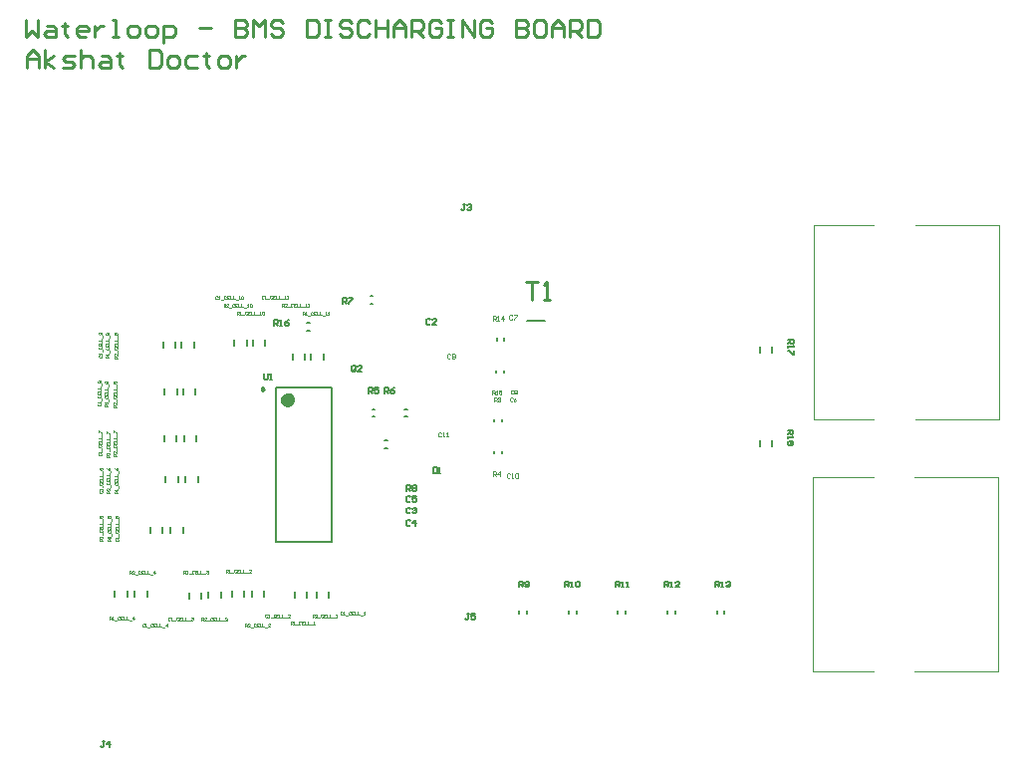
<source format=gto>
G04*
G04 #@! TF.GenerationSoftware,Altium Limited,Altium Designer,21.6.4 (81)*
G04*
G04 Layer_Color=65535*
%FSLAX25Y25*%
%MOIN*%
G70*
G04*
G04 #@! TF.SameCoordinates,D230F567-8F14-4DE2-9EB9-46B1BD9AA4B9*
G04*
G04*
G04 #@! TF.FilePolarity,Positive*
G04*
G01*
G75*
%ADD10C,0.02362*%
%ADD11C,0.00984*%
%ADD12C,0.00394*%
%ADD13C,0.00787*%
%ADD14C,0.00394*%
%ADD15C,0.01000*%
%ADD16C,0.00500*%
%ADD17C,0.00250*%
D10*
X95969Y166746D02*
X95525Y167669D01*
X94526Y167897D01*
X93724Y167258D01*
Y166233D01*
X94526Y165594D01*
X95525Y165822D01*
X95969Y166746D01*
D11*
X87111Y170289D02*
X86373Y170715D01*
Y169863D01*
X87111Y170289D01*
D12*
X142466Y153370D02*
D03*
D13*
X90851Y119108D02*
X109749D01*
X90851Y170683D02*
X109749D01*
Y119108D02*
Y170683D01*
X90851Y119108D02*
Y170683D01*
X101385Y189855D02*
X102173D01*
X101385Y192414D02*
X102173D01*
X174934Y95256D02*
Y96043D01*
X172376Y95256D02*
Y96043D01*
X191470Y95256D02*
Y96043D01*
X188911Y95256D02*
Y96043D01*
X208005Y95256D02*
Y96043D01*
X205446Y95256D02*
Y96043D01*
X224541Y95256D02*
Y96043D01*
X221982Y95256D02*
Y96043D01*
X241076Y95256D02*
Y96043D01*
X238517Y95256D02*
Y96043D01*
X127443Y153017D02*
X128230D01*
X127443Y150458D02*
X128230D01*
X122617Y198798D02*
X123404D01*
X122617Y201357D02*
X123404D01*
X134030Y163539D02*
X134817D01*
X134030Y160980D02*
X134817D01*
X123326Y163528D02*
X124113D01*
X123326Y160969D02*
X124113D01*
X256941Y151238D02*
Y153207D01*
X252807Y151238D02*
Y153207D01*
X163974Y148754D02*
Y149541D01*
X166533Y148754D02*
Y149541D01*
X166606Y159439D02*
Y160227D01*
X164047Y159439D02*
Y160227D01*
X167400Y186531D02*
Y187318D01*
X164840Y186531D02*
Y187318D01*
X164653Y175788D02*
Y176575D01*
X167212Y175788D02*
Y176575D01*
X174808Y192983D02*
X180911D01*
X77057Y184767D02*
Y186735D01*
X81191Y184767D02*
Y186735D01*
X83258Y184767D02*
Y186735D01*
X87391Y184767D02*
Y186735D01*
X59871Y168333D02*
Y170302D01*
X64004Y168333D02*
Y170302D01*
X53671Y168433D02*
Y170402D01*
X57805Y168433D02*
Y170402D01*
X54003Y139256D02*
Y141224D01*
X58137Y139256D02*
Y141224D01*
X60696Y139256D02*
Y141224D01*
X64830Y139256D02*
Y141224D01*
X101425Y100562D02*
Y102531D01*
X97291Y100562D02*
Y102531D01*
X82981Y100774D02*
Y102743D01*
X87115Y100774D02*
Y102743D01*
X66107Y100250D02*
Y102219D01*
X61973Y100250D02*
Y102219D01*
X47915Y100722D02*
Y102690D01*
X43781Y100722D02*
Y102690D01*
X41222Y100722D02*
Y102690D01*
X37088Y100722D02*
Y102690D01*
X256941Y182600D02*
Y184569D01*
X252807Y182600D02*
Y184569D01*
X102753Y180156D02*
Y182124D01*
X106886Y180156D02*
Y182124D01*
X96552Y180156D02*
Y182124D01*
X100686Y180156D02*
Y182124D01*
X59434Y184017D02*
Y185986D01*
X63567Y184017D02*
Y185986D01*
X53233Y184117D02*
Y186085D01*
X57367Y184117D02*
Y186085D01*
X57598Y152914D02*
Y154883D01*
X53465Y152914D02*
Y154883D01*
X64322Y152784D02*
Y154752D01*
X60188Y152784D02*
Y154752D01*
X53104Y122098D02*
Y124066D01*
X48970Y122098D02*
Y124066D01*
X59797Y122098D02*
Y124066D01*
X55663Y122098D02*
Y124066D01*
X108711Y100596D02*
Y102565D01*
X104577Y100596D02*
Y102565D01*
X76288Y100774D02*
Y102743D01*
X80422Y100774D02*
Y102743D01*
X72549Y100592D02*
Y102561D01*
X68415Y100592D02*
Y102561D01*
D14*
X304848Y160074D02*
X332899D01*
X304848D02*
X332899D01*
Y225035D01*
Y160074D02*
Y225035D01*
X304848D02*
X332899D01*
X304848D02*
X332899D01*
X270891D02*
X291069D01*
X270891D02*
X291069D01*
X270891Y160074D02*
Y225035D01*
Y160074D02*
Y225035D01*
Y160074D02*
X291069D01*
X270891D02*
X291069D01*
X270742Y75886D02*
X290919D01*
X270742D02*
X290919D01*
X270742D02*
Y140847D01*
Y75886D02*
Y140847D01*
X290919D01*
X270742D02*
X290919D01*
X304699D02*
X332750D01*
X304699D02*
X332750D01*
Y75886D02*
Y140847D01*
Y75886D02*
Y140847D01*
X304699Y75886D02*
X332750D01*
X304699D02*
X332750D01*
D15*
X7687Y277832D02*
Y281830D01*
X9686Y283830D01*
X11686Y281830D01*
Y277832D01*
Y280831D01*
X7687D01*
X13685Y277832D02*
Y283830D01*
Y279831D02*
X16684Y281830D01*
X13685Y279831D02*
X16684Y277832D01*
X19683D02*
X22682D01*
X23682Y278831D01*
X22682Y279831D01*
X20683D01*
X19683Y280831D01*
X20683Y281830D01*
X23682D01*
X25681Y283830D02*
Y277832D01*
Y280831D01*
X26681Y281830D01*
X28680D01*
X29680Y280831D01*
Y277832D01*
X32679Y281830D02*
X34678D01*
X35678Y280831D01*
Y277832D01*
X32679D01*
X31679Y278831D01*
X32679Y279831D01*
X35678D01*
X38677Y282830D02*
Y281830D01*
X37677D01*
X39677D01*
X38677D01*
Y278831D01*
X39677Y277832D01*
X48674Y283830D02*
Y277832D01*
X51673D01*
X52672Y278831D01*
Y282830D01*
X51673Y283830D01*
X48674D01*
X55672Y277832D02*
X57671D01*
X58671Y278831D01*
Y280831D01*
X57671Y281830D01*
X55672D01*
X54672Y280831D01*
Y278831D01*
X55672Y277832D01*
X64669Y281830D02*
X61670D01*
X60670Y280831D01*
Y278831D01*
X61670Y277832D01*
X64669D01*
X67668Y282830D02*
Y281830D01*
X66668D01*
X68667D01*
X67668D01*
Y278831D01*
X68667Y277832D01*
X72666D02*
X74665D01*
X75665Y278831D01*
Y280831D01*
X74665Y281830D01*
X72666D01*
X71666Y280831D01*
Y278831D01*
X72666Y277832D01*
X77664Y281830D02*
Y277832D01*
Y279831D01*
X78664Y280831D01*
X79664Y281830D01*
X80664D01*
X7280Y293968D02*
Y287970D01*
X9279Y289969D01*
X11279Y287970D01*
Y293968D01*
X14278Y291968D02*
X16277D01*
X17277Y290969D01*
Y287970D01*
X14278D01*
X13278Y288969D01*
X14278Y289969D01*
X17277D01*
X20276Y292968D02*
Y291968D01*
X19276D01*
X21276D01*
X20276D01*
Y288969D01*
X21276Y287970D01*
X27274D02*
X25274D01*
X24275Y288969D01*
Y290969D01*
X25274Y291968D01*
X27274D01*
X28273Y290969D01*
Y289969D01*
X24275D01*
X30273Y291968D02*
Y287970D01*
Y289969D01*
X31272Y290969D01*
X32272Y291968D01*
X33272D01*
X36271Y287970D02*
X38270D01*
X37270D01*
Y293968D01*
X36271D01*
X42269Y287970D02*
X44268D01*
X45268Y288969D01*
Y290969D01*
X44268Y291968D01*
X42269D01*
X41269Y290969D01*
Y288969D01*
X42269Y287970D01*
X48267D02*
X50266D01*
X51266Y288969D01*
Y290969D01*
X50266Y291968D01*
X48267D01*
X47267Y290969D01*
Y288969D01*
X48267Y287970D01*
X53265Y285970D02*
Y291968D01*
X56264D01*
X57264Y290969D01*
Y288969D01*
X56264Y287970D01*
X53265D01*
X65261Y290969D02*
X69260D01*
X77258Y293968D02*
Y287970D01*
X80256D01*
X81256Y288969D01*
Y289969D01*
X80256Y290969D01*
X77258D01*
X80256D01*
X81256Y291968D01*
Y292968D01*
X80256Y293968D01*
X77258D01*
X83256Y287970D02*
Y293968D01*
X85255Y291968D01*
X87254Y293968D01*
Y287970D01*
X93252Y292968D02*
X92253Y293968D01*
X90253D01*
X89254Y292968D01*
Y291968D01*
X90253Y290969D01*
X92253D01*
X93252Y289969D01*
Y288969D01*
X92253Y287970D01*
X90253D01*
X89254Y288969D01*
X101250Y293968D02*
Y287970D01*
X104249D01*
X105248Y288969D01*
Y292968D01*
X104249Y293968D01*
X101250D01*
X107248D02*
X109247D01*
X108247D01*
Y287970D01*
X107248D01*
X109247D01*
X116245Y292968D02*
X115245Y293968D01*
X113246D01*
X112246Y292968D01*
Y291968D01*
X113246Y290969D01*
X115245D01*
X116245Y289969D01*
Y288969D01*
X115245Y287970D01*
X113246D01*
X112246Y288969D01*
X122243Y292968D02*
X121243Y293968D01*
X119244D01*
X118244Y292968D01*
Y288969D01*
X119244Y287970D01*
X121243D01*
X122243Y288969D01*
X124242Y293968D02*
Y287970D01*
Y290969D01*
X128241D01*
Y293968D01*
Y287970D01*
X130240D02*
Y291968D01*
X132240Y293968D01*
X134239Y291968D01*
Y287970D01*
Y290969D01*
X130240D01*
X136238Y287970D02*
Y293968D01*
X139237D01*
X140237Y292968D01*
Y290969D01*
X139237Y289969D01*
X136238D01*
X138238D02*
X140237Y287970D01*
X146235Y292968D02*
X145236Y293968D01*
X143236D01*
X142236Y292968D01*
Y288969D01*
X143236Y287970D01*
X145236D01*
X146235Y288969D01*
Y290969D01*
X144236D01*
X148234Y293968D02*
X150234D01*
X149234D01*
Y287970D01*
X148234D01*
X150234D01*
X153233D02*
Y293968D01*
X157232Y287970D01*
Y293968D01*
X163230Y292968D02*
X162230Y293968D01*
X160231D01*
X159231Y292968D01*
Y288969D01*
X160231Y287970D01*
X162230D01*
X163230Y288969D01*
Y290969D01*
X161230D01*
X171227Y293968D02*
Y287970D01*
X174226D01*
X175226Y288969D01*
Y289969D01*
X174226Y290969D01*
X171227D01*
X174226D01*
X175226Y291968D01*
Y292968D01*
X174226Y293968D01*
X171227D01*
X180224D02*
X178225D01*
X177225Y292968D01*
Y288969D01*
X178225Y287970D01*
X180224D01*
X181224Y288969D01*
Y292968D01*
X180224Y293968D01*
X183223Y287970D02*
Y291968D01*
X185223Y293968D01*
X187222Y291968D01*
Y287970D01*
Y290969D01*
X183223D01*
X189221Y287970D02*
Y293968D01*
X192220D01*
X193220Y292968D01*
Y290969D01*
X192220Y289969D01*
X189221D01*
X191221D02*
X193220Y287970D01*
X195219Y293968D02*
Y287970D01*
X198218D01*
X199218Y288969D01*
Y292968D01*
X198218Y293968D01*
X195219D01*
X174520Y206275D02*
X178518D01*
X176519D01*
Y200277D01*
X180518D02*
X182517D01*
X181517D01*
Y206275D01*
X180518Y205275D01*
D16*
X262140Y156455D02*
X264108D01*
Y155471D01*
X263780Y155143D01*
X263124D01*
X262796Y155471D01*
Y156455D01*
Y155799D02*
X262140Y155143D01*
Y154487D02*
Y153831D01*
Y154159D01*
X264108D01*
X263780Y154487D01*
Y152847D02*
X264108Y152519D01*
Y151863D01*
X263780Y151535D01*
X263452D01*
X263124Y151863D01*
X262796Y151535D01*
X262468D01*
X262140Y151863D01*
Y152519D01*
X262468Y152847D01*
X262796D01*
X263124Y152519D01*
X263452Y152847D01*
X263780D01*
X263124Y152519D02*
Y151863D01*
X87029Y175528D02*
Y173888D01*
X87357Y173560D01*
X88013D01*
X88341Y173888D01*
Y175528D01*
X88997Y173560D02*
X89653D01*
X89325D01*
Y175528D01*
X88997Y175200D01*
X262190Y186744D02*
X264158D01*
Y185760D01*
X263830Y185432D01*
X263174D01*
X262846Y185760D01*
Y186744D01*
Y186088D02*
X262190Y185432D01*
Y184776D02*
Y184121D01*
Y184449D01*
X264158D01*
X263830Y184776D01*
X264158Y183137D02*
Y181825D01*
X263830D01*
X262518Y183137D01*
X262190D01*
X155659Y95149D02*
X155003D01*
X155331D01*
Y93509D01*
X155003Y93181D01*
X154675D01*
X154347Y93509D01*
X157627Y95149D02*
X156315D01*
Y94165D01*
X156971Y94493D01*
X157299D01*
X157627Y94165D01*
Y93509D01*
X157299Y93181D01*
X156643D01*
X156315Y93509D01*
X33711Y52461D02*
X33055D01*
X33382D01*
Y50821D01*
X33055Y50493D01*
X32727D01*
X32399Y50821D01*
X35350Y50493D02*
Y52461D01*
X34367Y51477D01*
X35678D01*
X154279Y232052D02*
X153623D01*
X153951D01*
Y230413D01*
X153623Y230084D01*
X153295D01*
X152967Y230413D01*
X154935Y231724D02*
X155263Y232052D01*
X155919D01*
X156247Y231724D01*
Y231396D01*
X155919Y231068D01*
X155591D01*
X155919D01*
X156247Y230740D01*
Y230413D01*
X155919Y230084D01*
X155263D01*
X154935Y230413D01*
X90352Y191490D02*
Y193457D01*
X91336D01*
X91664Y193130D01*
Y192474D01*
X91336Y192146D01*
X90352D01*
X91008D02*
X91664Y191490D01*
X92320D02*
X92976D01*
X92648D01*
Y193457D01*
X92320Y193130D01*
X95271Y193457D02*
X94616Y193130D01*
X93960Y192474D01*
Y191818D01*
X94288Y191490D01*
X94944D01*
X95271Y191818D01*
Y192146D01*
X94944Y192474D01*
X93960D01*
X172197Y103984D02*
Y105952D01*
X173181D01*
X173509Y105624D01*
Y104968D01*
X173181Y104640D01*
X172197D01*
X172853D02*
X173509Y103984D01*
X174165Y104312D02*
X174493Y103984D01*
X175149D01*
X175477Y104312D01*
Y105624D01*
X175149Y105952D01*
X174493D01*
X174165Y105624D01*
Y105296D01*
X174493Y104968D01*
X175477D01*
X187574Y103984D02*
Y105952D01*
X188557D01*
X188885Y105624D01*
Y104968D01*
X188557Y104640D01*
X187574D01*
X188229D02*
X188885Y103984D01*
X189541D02*
X190197D01*
X189869D01*
Y105952D01*
X189541Y105624D01*
X191181D02*
X191509Y105952D01*
X192165D01*
X192493Y105624D01*
Y104312D01*
X192165Y103984D01*
X191509D01*
X191181Y104312D01*
Y105624D01*
X204590Y103984D02*
Y105952D01*
X205574D01*
X205902Y105624D01*
Y104968D01*
X205574Y104640D01*
X204590D01*
X205246D02*
X205902Y103984D01*
X206557D02*
X207213D01*
X206885D01*
Y105952D01*
X206557Y105624D01*
X208197Y103984D02*
X208853D01*
X208525D01*
Y105952D01*
X208197Y105624D01*
X220950Y103984D02*
Y105952D01*
X221934D01*
X222262Y105624D01*
Y104968D01*
X221934Y104640D01*
X220950D01*
X221606D02*
X222262Y103984D01*
X222918D02*
X223574D01*
X223246D01*
Y105952D01*
X222918Y105624D01*
X225869Y103984D02*
X224557D01*
X225869Y105296D01*
Y105624D01*
X225541Y105952D01*
X224886D01*
X224557Y105624D01*
X237966Y103984D02*
Y105952D01*
X238950D01*
X239278Y105624D01*
Y104968D01*
X238950Y104640D01*
X237966D01*
X238622D02*
X239278Y103984D01*
X239934D02*
X240590D01*
X240262D01*
Y105952D01*
X239934Y105624D01*
X241574D02*
X241902Y105952D01*
X242558D01*
X242885Y105624D01*
Y105296D01*
X242558Y104968D01*
X242230D01*
X242558D01*
X242885Y104640D01*
Y104312D01*
X242558Y103984D01*
X241902D01*
X241574Y104312D01*
X134615Y136259D02*
Y138227D01*
X135599D01*
X135927Y137899D01*
Y137243D01*
X135599Y136915D01*
X134615D01*
X135271D02*
X135927Y136259D01*
X136583Y137899D02*
X136911Y138227D01*
X137567D01*
X137895Y137899D01*
Y137571D01*
X137567Y137243D01*
X137895Y136915D01*
Y136587D01*
X137567Y136259D01*
X136911D01*
X136583Y136587D01*
Y136915D01*
X136911Y137243D01*
X136583Y137571D01*
Y137899D01*
X136911Y137243D02*
X137567D01*
X113398Y198925D02*
Y200893D01*
X114382D01*
X114710Y200565D01*
Y199909D01*
X114382Y199581D01*
X113398D01*
X114054D02*
X114710Y198925D01*
X115366Y200893D02*
X116678D01*
Y200565D01*
X115366Y199253D01*
Y198925D01*
X127175Y168968D02*
Y170936D01*
X128159D01*
X128487Y170608D01*
Y169952D01*
X128159Y169624D01*
X127175D01*
X127831D02*
X128487Y168968D01*
X130455Y170936D02*
X129799Y170608D01*
X129143Y169952D01*
Y169296D01*
X129471Y168968D01*
X130127D01*
X130455Y169296D01*
Y169624D01*
X130127Y169952D01*
X129143D01*
X121920Y168812D02*
Y170780D01*
X122904D01*
X123232Y170452D01*
Y169796D01*
X122904Y169468D01*
X121920D01*
X122576D02*
X123232Y168812D01*
X125200Y170780D02*
X123888D01*
Y169796D01*
X124544Y170124D01*
X124872D01*
X125200Y169796D01*
Y169140D01*
X124872Y168812D01*
X124216D01*
X123888Y169140D01*
X117669Y176491D02*
Y177803D01*
X117341Y178131D01*
X116685D01*
X116357Y177803D01*
Y176491D01*
X116685Y176163D01*
X117341D01*
X117013Y176819D02*
X117669Y176163D01*
X117341D02*
X117669Y176491D01*
X119637Y176163D02*
X118325D01*
X119637Y177475D01*
Y177803D01*
X119309Y178131D01*
X118653D01*
X118325Y177803D01*
X143478Y144037D02*
Y142069D01*
X144462D01*
X144790Y142397D01*
Y143709D01*
X144462Y144037D01*
X143478D01*
X145446Y142069D02*
X146101D01*
X145773D01*
Y144037D01*
X145446Y143709D01*
X135974Y134142D02*
X135646Y134470D01*
X134990D01*
X134662Y134142D01*
Y132830D01*
X134990Y132502D01*
X135646D01*
X135974Y132830D01*
X137942Y134470D02*
X136630D01*
Y133486D01*
X137286Y133814D01*
X137614D01*
X137942Y133486D01*
Y132830D01*
X137614Y132502D01*
X136958D01*
X136630Y132830D01*
X136068Y126205D02*
X135740Y126533D01*
X135084D01*
X134756Y126205D01*
Y124893D01*
X135084Y124565D01*
X135740D01*
X136068Y124893D01*
X137708Y124565D02*
Y126533D01*
X136724Y125549D01*
X138036D01*
X135974Y130291D02*
X135646Y130619D01*
X134990D01*
X134662Y130291D01*
Y128979D01*
X134990Y128651D01*
X135646D01*
X135974Y128979D01*
X136630Y130291D02*
X136958Y130619D01*
X137614D01*
X137942Y130291D01*
Y129963D01*
X137614Y129635D01*
X137286D01*
X137614D01*
X137942Y129307D01*
Y128979D01*
X137614Y128651D01*
X136958D01*
X136630Y128979D01*
X142698Y193591D02*
X142370Y193919D01*
X141714D01*
X141386Y193591D01*
Y192279D01*
X141714Y191951D01*
X142370D01*
X142698Y192279D01*
X144666Y191951D02*
X143354D01*
X144666Y193263D01*
Y193591D01*
X144338Y193919D01*
X143682D01*
X143354Y193591D01*
D17*
X163442Y168616D02*
Y169797D01*
X164032D01*
X164229Y169600D01*
Y169207D01*
X164032Y169010D01*
X163442D01*
X163835D02*
X164229Y168616D01*
X164622D02*
X165016D01*
X164819D01*
Y169797D01*
X164622Y169600D01*
X166393Y169797D02*
X165606D01*
Y169207D01*
X166000Y169404D01*
X166197D01*
X166393Y169207D01*
Y168813D01*
X166197Y168616D01*
X165803D01*
X165606Y168813D01*
X163526Y193161D02*
Y194660D01*
X164276D01*
X164526Y194411D01*
Y193911D01*
X164276Y193661D01*
X163526D01*
X164026D02*
X164526Y193161D01*
X165026D02*
X165526D01*
X165276D01*
Y194660D01*
X165026Y194411D01*
X167025Y193161D02*
Y194660D01*
X166276Y193911D01*
X167275D01*
X163610Y141157D02*
Y142656D01*
X164360D01*
X164610Y142406D01*
Y141906D01*
X164360Y141656D01*
X163610D01*
X164110D02*
X164610Y141157D01*
X165860D02*
Y142656D01*
X165110Y141906D01*
X166110D01*
X164061Y166123D02*
Y167304D01*
X164651D01*
X164848Y167107D01*
Y166713D01*
X164651Y166516D01*
X164061D01*
X164454D02*
X164848Y166123D01*
X165242Y167107D02*
X165438Y167304D01*
X165832D01*
X166029Y167107D01*
Y166910D01*
X165832Y166713D01*
X165635D01*
X165832D01*
X166029Y166516D01*
Y166320D01*
X165832Y166123D01*
X165438D01*
X165242Y166320D01*
X146341Y155624D02*
X146091Y155874D01*
X145591D01*
X145341Y155624D01*
Y154625D01*
X145591Y154375D01*
X146091D01*
X146341Y154625D01*
X146841Y154375D02*
X147341D01*
X147091D01*
Y155874D01*
X146841Y155624D01*
X148090Y154375D02*
X148590D01*
X148340D01*
Y155874D01*
X148090Y155624D01*
X169327Y141823D02*
X169078Y142073D01*
X168578D01*
X168328Y141823D01*
Y140824D01*
X168578Y140574D01*
X169078D01*
X169327Y140824D01*
X169827Y140574D02*
X170327D01*
X170077D01*
Y142073D01*
X169827Y141823D01*
X171077D02*
X171327Y142073D01*
X171827D01*
X172077Y141823D01*
Y140824D01*
X171827Y140574D01*
X171327D01*
X171077Y140824D01*
Y141823D01*
X149322Y181747D02*
X149072Y181997D01*
X148573D01*
X148323Y181747D01*
Y180747D01*
X148573Y180497D01*
X149072D01*
X149322Y180747D01*
X149822D02*
X150072Y180497D01*
X150572D01*
X150822Y180747D01*
Y181747D01*
X150572Y181997D01*
X150072D01*
X149822Y181747D01*
Y181497D01*
X150072Y181247D01*
X150822D01*
X170370Y169668D02*
X170173Y169865D01*
X169780D01*
X169583Y169668D01*
Y168881D01*
X169780Y168684D01*
X170173D01*
X170370Y168881D01*
X170763Y169668D02*
X170960Y169865D01*
X171354D01*
X171551Y169668D01*
Y169471D01*
X171354Y169274D01*
X171551Y169078D01*
Y168881D01*
X171354Y168684D01*
X170960D01*
X170763Y168881D01*
Y169078D01*
X170960Y169274D01*
X170763Y169471D01*
Y169668D01*
X170960Y169274D02*
X171354D01*
X170103Y194844D02*
X169853Y195094D01*
X169353D01*
X169103Y194844D01*
Y193845D01*
X169353Y193595D01*
X169853D01*
X170103Y193845D01*
X170603Y195094D02*
X171603D01*
Y194844D01*
X170603Y193845D01*
Y193595D01*
X170135Y167179D02*
X169939Y167376D01*
X169545D01*
X169348Y167179D01*
Y166392D01*
X169545Y166195D01*
X169939D01*
X170135Y166392D01*
X171316Y167376D02*
X170922Y167179D01*
X170529Y166786D01*
Y166392D01*
X170726Y166195D01*
X171119D01*
X171316Y166392D01*
Y166589D01*
X171119Y166786D01*
X170529D01*
X92981Y197926D02*
Y198910D01*
X93473D01*
X93637Y198746D01*
Y198418D01*
X93473Y198254D01*
X92981D01*
X93309D02*
X93637Y197926D01*
X94621D02*
X93965D01*
X94621Y198582D01*
Y198746D01*
X94457Y198910D01*
X94129D01*
X93965Y198746D01*
X94949Y197762D02*
X95605D01*
X96589Y198746D02*
X96425Y198910D01*
X96097D01*
X95933Y198746D01*
Y198090D01*
X96097Y197926D01*
X96425D01*
X96589Y198090D01*
X97573Y198910D02*
X96917D01*
Y197926D01*
X97573D01*
X96917Y198418D02*
X97245D01*
X97901Y198910D02*
Y197926D01*
X98557D01*
X98885Y198910D02*
Y197926D01*
X99541D01*
X99869Y197762D02*
X100524D01*
X100853Y197926D02*
X101181D01*
X101016D01*
Y198910D01*
X100853Y198746D01*
X101672Y197926D02*
X102000D01*
X101836D01*
Y198910D01*
X101672Y198746D01*
X73459Y197784D02*
Y198768D01*
X73951D01*
X74115Y198604D01*
Y198276D01*
X73951Y198112D01*
X73459D01*
X73787D02*
X74115Y197784D01*
X75099D02*
X74443D01*
X75099Y198440D01*
Y198604D01*
X74935Y198768D01*
X74607D01*
X74443Y198604D01*
X75427Y197620D02*
X76083D01*
X77067Y198604D02*
X76903Y198768D01*
X76575D01*
X76411Y198604D01*
Y197948D01*
X76575Y197784D01*
X76903D01*
X77067Y197948D01*
X78051Y198768D02*
X77395D01*
Y197784D01*
X78051D01*
X77395Y198276D02*
X77723D01*
X78379Y198768D02*
Y197784D01*
X79035D01*
X79363Y198768D02*
Y197784D01*
X80019D01*
X80347Y197620D02*
X81003D01*
X81331Y197784D02*
X81659D01*
X81495D01*
Y198768D01*
X81331Y198604D01*
X82151D02*
X82315Y198768D01*
X82643D01*
X82806Y198604D01*
Y197948D01*
X82643Y197784D01*
X82315D01*
X82151Y197948D01*
Y198604D01*
X37795Y180545D02*
X36811D01*
Y181036D01*
X36975Y181201D01*
X37303D01*
X37467Y181036D01*
Y180545D01*
Y180873D02*
X37795Y181201D01*
Y182184D02*
Y181528D01*
X37139Y182184D01*
X36975D01*
X36811Y182020D01*
Y181693D01*
X36975Y181528D01*
X37959Y182512D02*
Y183168D01*
X36975Y184152D02*
X36811Y183988D01*
Y183660D01*
X36975Y183496D01*
X37631D01*
X37795Y183660D01*
Y183988D01*
X37631Y184152D01*
X36811Y185136D02*
Y184480D01*
X37795D01*
Y185136D01*
X37303Y184480D02*
Y184808D01*
X36811Y185464D02*
X37795D01*
Y186120D01*
X36811Y186448D02*
X37795D01*
Y187104D01*
X37959Y187432D02*
Y188088D01*
X37631Y188416D02*
X37795Y188580D01*
Y188908D01*
X37631Y189072D01*
X36975D01*
X36811Y188908D01*
Y188580D01*
X36975Y188416D01*
X37139D01*
X37303Y188580D01*
Y189072D01*
X37551Y164293D02*
X36567D01*
Y164784D01*
X36731Y164948D01*
X37059D01*
X37223Y164784D01*
Y164293D01*
Y164620D02*
X37551Y164948D01*
Y165932D02*
Y165276D01*
X36895Y165932D01*
X36731D01*
X36567Y165768D01*
Y165440D01*
X36731Y165276D01*
X37715Y166260D02*
Y166916D01*
X36731Y167900D02*
X36567Y167736D01*
Y167408D01*
X36731Y167244D01*
X37387D01*
X37551Y167408D01*
Y167736D01*
X37387Y167900D01*
X36567Y168884D02*
Y168228D01*
X37551D01*
Y168884D01*
X37059Y168228D02*
Y168556D01*
X36567Y169212D02*
X37551D01*
Y169868D01*
X36567Y170196D02*
X37551D01*
Y170852D01*
X37715Y171180D02*
Y171836D01*
X36731Y172164D02*
X36567Y172328D01*
Y172656D01*
X36731Y172820D01*
X36895D01*
X37059Y172656D01*
X37223Y172820D01*
X37387D01*
X37551Y172656D01*
Y172328D01*
X37387Y172164D01*
X37223D01*
X37059Y172328D01*
X36895Y172164D01*
X36731D01*
X37059Y172328D02*
Y172656D01*
X37598Y147848D02*
X36614D01*
Y148340D01*
X36778Y148504D01*
X37106D01*
X37270Y148340D01*
Y147848D01*
Y148176D02*
X37598Y148504D01*
Y149488D02*
Y148832D01*
X36942Y149488D01*
X36778D01*
X36614Y149324D01*
Y148996D01*
X36778Y148832D01*
X37762Y149816D02*
Y150472D01*
X36778Y151456D02*
X36614Y151292D01*
Y150964D01*
X36778Y150800D01*
X37434D01*
X37598Y150964D01*
Y151292D01*
X37434Y151456D01*
X36614Y152440D02*
Y151784D01*
X37598D01*
Y152440D01*
X37106Y151784D02*
Y152112D01*
X36614Y152768D02*
X37598D01*
Y153424D01*
X36614Y153752D02*
X37598D01*
Y154408D01*
X37762Y154736D02*
Y155392D01*
X36614Y155719D02*
Y156375D01*
X36778D01*
X37434Y155719D01*
X37598D01*
X35375Y135420D02*
X34391D01*
Y135912D01*
X34555Y136076D01*
X34883D01*
X35047Y135912D01*
Y135420D01*
Y135748D02*
X35375Y136076D01*
Y137060D02*
Y136404D01*
X34719Y137060D01*
X34555D01*
X34391Y136896D01*
Y136568D01*
X34555Y136404D01*
X35539Y137388D02*
Y138044D01*
X34555Y139028D02*
X34391Y138864D01*
Y138536D01*
X34555Y138372D01*
X35211D01*
X35375Y138536D01*
Y138864D01*
X35211Y139028D01*
X34391Y140012D02*
Y139356D01*
X35375D01*
Y140012D01*
X34883Y139356D02*
Y139684D01*
X34391Y140340D02*
X35375D01*
Y140996D01*
X34391Y141324D02*
X35375D01*
Y141980D01*
X35539Y142308D02*
Y142964D01*
X34391Y143948D02*
X34555Y143620D01*
X34883Y143292D01*
X35211D01*
X35375Y143456D01*
Y143784D01*
X35211Y143948D01*
X35047D01*
X34883Y143784D01*
Y143292D01*
X35647Y119319D02*
X34663D01*
Y119811D01*
X34827Y119975D01*
X35155D01*
X35319Y119811D01*
Y119319D01*
Y119647D02*
X35647Y119975D01*
Y120958D02*
Y120302D01*
X34991Y120958D01*
X34827D01*
X34663Y120794D01*
Y120466D01*
X34827Y120302D01*
X35811Y121286D02*
Y121942D01*
X34827Y122926D02*
X34663Y122762D01*
Y122434D01*
X34827Y122270D01*
X35483D01*
X35647Y122434D01*
Y122762D01*
X35483Y122926D01*
X34663Y123910D02*
Y123254D01*
X35647D01*
Y123910D01*
X35155Y123254D02*
Y123582D01*
X34663Y124238D02*
X35647D01*
Y124894D01*
X34663Y125222D02*
X35647D01*
Y125878D01*
X35811Y126206D02*
Y126862D01*
X34663Y127846D02*
Y127190D01*
X35155D01*
X34991Y127518D01*
Y127682D01*
X35155Y127846D01*
X35483D01*
X35647Y127682D01*
Y127354D01*
X35483Y127190D01*
X41936Y108416D02*
Y109400D01*
X42428D01*
X42592Y109236D01*
Y108908D01*
X42428Y108744D01*
X41936D01*
X42264D02*
X42592Y108416D01*
X43576D02*
X42920D01*
X43576Y109072D01*
Y109236D01*
X43412Y109400D01*
X43084D01*
X42920Y109236D01*
X43904Y108252D02*
X44560D01*
X45544Y109236D02*
X45380Y109400D01*
X45052D01*
X44888Y109236D01*
Y108580D01*
X45052Y108416D01*
X45380D01*
X45544Y108580D01*
X46528Y109400D02*
X45872D01*
Y108416D01*
X46528D01*
X45872Y108908D02*
X46200D01*
X46856Y109400D02*
Y108416D01*
X47512D01*
X47840Y109400D02*
Y108416D01*
X48496D01*
X48824Y108252D02*
X49480D01*
X50300Y108416D02*
Y109400D01*
X49808Y108908D01*
X50464D01*
X99836Y195099D02*
Y196083D01*
X100328D01*
X100492Y195919D01*
Y195591D01*
X100328Y195427D01*
X99836D01*
X100164D02*
X100492Y195099D01*
X100820D02*
X101148D01*
X100984D01*
Y196083D01*
X100820Y195919D01*
X101640Y194935D02*
X102296D01*
X103280Y195919D02*
X103116Y196083D01*
X102788D01*
X102624Y195919D01*
Y195263D01*
X102788Y195099D01*
X103116D01*
X103280Y195263D01*
X104263Y196083D02*
X103607D01*
Y195099D01*
X104263D01*
X103607Y195591D02*
X103936D01*
X104592Y196083D02*
Y195099D01*
X105247D01*
X105575Y196083D02*
Y195099D01*
X106231D01*
X106559Y194935D02*
X107215D01*
X107543Y195099D02*
X107871D01*
X107707D01*
Y196083D01*
X107543Y195919D01*
X108363Y195099D02*
X108691D01*
X108527D01*
Y196083D01*
X108363Y195919D01*
X77896Y195250D02*
Y196234D01*
X78388D01*
X78552Y196070D01*
Y195742D01*
X78388Y195578D01*
X77896D01*
X78224D02*
X78552Y195250D01*
X78879D02*
X79207D01*
X79044D01*
Y196234D01*
X78879Y196070D01*
X79699Y195086D02*
X80355D01*
X81339Y196070D02*
X81175Y196234D01*
X80847D01*
X80683Y196070D01*
Y195414D01*
X80847Y195250D01*
X81175D01*
X81339Y195414D01*
X82323Y196234D02*
X81667D01*
Y195250D01*
X82323D01*
X81667Y195742D02*
X81995D01*
X82651Y196234D02*
Y195250D01*
X83307D01*
X83635Y196234D02*
Y195250D01*
X84291D01*
X84619Y195086D02*
X85275D01*
X85603Y195250D02*
X85931D01*
X85767D01*
Y196234D01*
X85603Y196070D01*
X86423D02*
X86587Y196234D01*
X86915D01*
X87079Y196070D01*
Y195414D01*
X86915Y195250D01*
X86587D01*
X86423Y195414D01*
Y196070D01*
X35046Y180688D02*
X34062D01*
Y181180D01*
X34226Y181344D01*
X34554D01*
X34718Y181180D01*
Y180688D01*
Y181016D02*
X35046Y181344D01*
Y181672D02*
Y182000D01*
Y181836D01*
X34062D01*
X34226Y181672D01*
X35210Y182492D02*
Y183148D01*
X34226Y184131D02*
X34062Y183967D01*
Y183640D01*
X34226Y183475D01*
X34882D01*
X35046Y183640D01*
Y183967D01*
X34882Y184131D01*
X34062Y185115D02*
Y184459D01*
X35046D01*
Y185115D01*
X34554Y184459D02*
Y184787D01*
X34062Y185443D02*
X35046D01*
Y186099D01*
X34062Y186427D02*
X35046D01*
Y187083D01*
X35210Y187411D02*
Y188067D01*
X34882Y188395D02*
X35046Y188559D01*
Y188887D01*
X34882Y189051D01*
X34226D01*
X34062Y188887D01*
Y188559D01*
X34226Y188395D01*
X34390D01*
X34554Y188559D01*
Y189051D01*
X34740Y164497D02*
X33756D01*
Y164989D01*
X33920Y165153D01*
X34248D01*
X34412Y164989D01*
Y164497D01*
Y164825D02*
X34740Y165153D01*
Y165480D02*
Y165808D01*
Y165645D01*
X33756D01*
X33920Y165480D01*
X34904Y166300D02*
Y166956D01*
X33920Y167940D02*
X33756Y167776D01*
Y167448D01*
X33920Y167284D01*
X34576D01*
X34740Y167448D01*
Y167776D01*
X34576Y167940D01*
X33756Y168924D02*
Y168268D01*
X34740D01*
Y168924D01*
X34248Y168268D02*
Y168596D01*
X33756Y169252D02*
X34740D01*
Y169908D01*
X33756Y170236D02*
X34740D01*
Y170892D01*
X34904Y171220D02*
Y171876D01*
X33920Y172204D02*
X33756Y172368D01*
Y172696D01*
X33920Y172860D01*
X34084D01*
X34248Y172696D01*
X34412Y172860D01*
X34576D01*
X34740Y172696D01*
Y172368D01*
X34576Y172204D01*
X34412D01*
X34248Y172368D01*
X34084Y172204D01*
X33920D01*
X34248Y172368D02*
Y172696D01*
X35148Y147613D02*
X34164D01*
Y148104D01*
X34328Y148268D01*
X34656D01*
X34820Y148104D01*
Y147613D01*
Y147941D02*
X35148Y148268D01*
Y148596D02*
Y148924D01*
Y148760D01*
X34164D01*
X34328Y148596D01*
X35312Y149416D02*
Y150072D01*
X34328Y151056D02*
X34164Y150892D01*
Y150564D01*
X34328Y150400D01*
X34984D01*
X35148Y150564D01*
Y150892D01*
X34984Y151056D01*
X34164Y152040D02*
Y151384D01*
X35148D01*
Y152040D01*
X34656Y151384D02*
Y151712D01*
X34164Y152368D02*
X35148D01*
Y153024D01*
X34164Y153352D02*
X35148D01*
Y154008D01*
X35312Y154336D02*
Y154992D01*
X34164Y155320D02*
Y155976D01*
X34328D01*
X34984Y155320D01*
X35148D01*
X37960Y135412D02*
X36977D01*
Y135904D01*
X37141Y136067D01*
X37468D01*
X37633Y135904D01*
Y135412D01*
Y135740D02*
X37960Y136067D01*
Y136396D02*
Y136723D01*
Y136559D01*
X36977D01*
X37141Y136396D01*
X38124Y137215D02*
Y137871D01*
X37141Y138855D02*
X36977Y138691D01*
Y138363D01*
X37141Y138199D01*
X37797D01*
X37960Y138363D01*
Y138691D01*
X37797Y138855D01*
X36977Y139839D02*
Y139183D01*
X37960D01*
Y139839D01*
X37468Y139183D02*
Y139511D01*
X36977Y140167D02*
X37960D01*
Y140823D01*
X36977Y141151D02*
X37960D01*
Y141807D01*
X38124Y142135D02*
Y142791D01*
X36977Y143775D02*
X37141Y143447D01*
X37468Y143119D01*
X37797D01*
X37960Y143283D01*
Y143611D01*
X37797Y143775D01*
X37633D01*
X37468Y143611D01*
Y143119D01*
X32835Y119537D02*
X31851D01*
Y120029D01*
X32015Y120193D01*
X32343D01*
X32507Y120029D01*
Y119537D01*
Y119865D02*
X32835Y120193D01*
Y120521D02*
Y120849D01*
Y120685D01*
X31851D01*
X32015Y120521D01*
X32999Y121341D02*
Y121996D01*
X32015Y122980D02*
X31851Y122816D01*
Y122488D01*
X32015Y122325D01*
X32671D01*
X32835Y122488D01*
Y122816D01*
X32671Y122980D01*
X31851Y123964D02*
Y123308D01*
X32835D01*
Y123964D01*
X32343Y123308D02*
Y123636D01*
X31851Y124292D02*
X32835D01*
Y124948D01*
X31851Y125276D02*
X32835D01*
Y125932D01*
X32999Y126260D02*
Y126916D01*
X31851Y127900D02*
Y127244D01*
X32343D01*
X32179Y127572D01*
Y127736D01*
X32343Y127900D01*
X32671D01*
X32835Y127736D01*
Y127408D01*
X32671Y127244D01*
X35228Y93055D02*
Y94039D01*
X35720D01*
X35884Y93875D01*
Y93547D01*
X35720Y93383D01*
X35228D01*
X35557D02*
X35884Y93055D01*
X36212D02*
X36540D01*
X36376D01*
Y94039D01*
X36212Y93875D01*
X37032Y92891D02*
X37688D01*
X38672Y93875D02*
X38508Y94039D01*
X38180D01*
X38016Y93875D01*
Y93219D01*
X38180Y93055D01*
X38508D01*
X38672Y93219D01*
X39656Y94039D02*
X39000D01*
Y93055D01*
X39656D01*
X39000Y93547D02*
X39328D01*
X39984Y94039D02*
Y93055D01*
X40640D01*
X40968Y94039D02*
Y93055D01*
X41624D01*
X41952Y92891D02*
X42608D01*
X43428Y93055D02*
Y94039D01*
X42936Y93547D01*
X43592D01*
X86834Y201306D02*
X86670Y201470D01*
X86342D01*
X86178Y201306D01*
Y200650D01*
X86342Y200486D01*
X86670D01*
X86834Y200650D01*
X87162Y200486D02*
X87490D01*
X87326D01*
Y201470D01*
X87162Y201306D01*
X87982Y200322D02*
X88638D01*
X89622Y201306D02*
X89458Y201470D01*
X89130D01*
X88966Y201306D01*
Y200650D01*
X89130Y200486D01*
X89458D01*
X89622Y200650D01*
X90606Y201470D02*
X89950D01*
Y200486D01*
X90606D01*
X89950Y200978D02*
X90278D01*
X90934Y201470D02*
Y200486D01*
X91590D01*
X91918Y201470D02*
Y200486D01*
X92574D01*
X92902Y200322D02*
X93558D01*
X93886Y200486D02*
X94214D01*
X94050D01*
Y201470D01*
X93886Y201306D01*
X94706Y200486D02*
X95034D01*
X94870D01*
Y201470D01*
X94706Y201306D01*
X71419Y201154D02*
X71255Y201318D01*
X70927D01*
X70763Y201154D01*
Y200498D01*
X70927Y200334D01*
X71255D01*
X71419Y200498D01*
X71747Y200334D02*
X72075D01*
X71911D01*
Y201318D01*
X71747Y201154D01*
X72567Y200170D02*
X73223D01*
X74207Y201154D02*
X74043Y201318D01*
X73715D01*
X73551Y201154D01*
Y200498D01*
X73715Y200334D01*
X74043D01*
X74207Y200498D01*
X75191Y201318D02*
X74535D01*
Y200334D01*
X75191D01*
X74535Y200826D02*
X74863D01*
X75519Y201318D02*
Y200334D01*
X76175D01*
X76503Y201318D02*
Y200334D01*
X77159D01*
X77487Y200170D02*
X78143D01*
X78471Y200334D02*
X78799D01*
X78635D01*
Y201318D01*
X78471Y201154D01*
X79291D02*
X79455Y201318D01*
X79783D01*
X79947Y201154D01*
Y200498D01*
X79783Y200334D01*
X79455D01*
X79291Y200498D01*
Y201154D01*
X31843Y181527D02*
X31679Y181363D01*
Y181035D01*
X31843Y180871D01*
X32499D01*
X32663Y181035D01*
Y181363D01*
X32499Y181527D01*
X32663Y181855D02*
Y182183D01*
Y182019D01*
X31679D01*
X31843Y181855D01*
X32827Y182675D02*
Y183331D01*
X31843Y184315D02*
X31679Y184151D01*
Y183823D01*
X31843Y183659D01*
X32499D01*
X32663Y183823D01*
Y184151D01*
X32499Y184315D01*
X31679Y185299D02*
Y184643D01*
X32663D01*
Y185299D01*
X32171Y184643D02*
Y184971D01*
X31679Y185627D02*
X32663D01*
Y186283D01*
X31679Y186610D02*
X32663D01*
Y187267D01*
X32827Y187594D02*
Y188250D01*
X32499Y188578D02*
X32663Y188742D01*
Y189070D01*
X32499Y189234D01*
X31843D01*
X31679Y189070D01*
Y188742D01*
X31843Y188578D01*
X32007D01*
X32171Y188742D01*
Y189234D01*
X31542Y165335D02*
X31378Y165171D01*
Y164843D01*
X31542Y164679D01*
X32198D01*
X32362Y164843D01*
Y165171D01*
X32198Y165335D01*
X32362Y165663D02*
Y165991D01*
Y165827D01*
X31378D01*
X31542Y165663D01*
X32526Y166483D02*
Y167139D01*
X31542Y168123D02*
X31378Y167959D01*
Y167631D01*
X31542Y167467D01*
X32198D01*
X32362Y167631D01*
Y167959D01*
X32198Y168123D01*
X31378Y169107D02*
Y168451D01*
X32362D01*
Y169107D01*
X31870Y168451D02*
Y168779D01*
X31378Y169435D02*
X32362D01*
Y170091D01*
X31378Y170419D02*
X32362D01*
Y171075D01*
X32526Y171403D02*
Y172059D01*
X31542Y172387D02*
X31378Y172551D01*
Y172879D01*
X31542Y173043D01*
X31706D01*
X31870Y172879D01*
X32034Y173043D01*
X32198D01*
X32362Y172879D01*
Y172551D01*
X32198Y172387D01*
X32034D01*
X31870Y172551D01*
X31706Y172387D01*
X31542D01*
X31870Y172551D02*
Y172879D01*
X31704Y148677D02*
X31540Y148513D01*
Y148185D01*
X31704Y148021D01*
X32360D01*
X32524Y148185D01*
Y148513D01*
X32360Y148677D01*
X32524Y149005D02*
Y149332D01*
Y149169D01*
X31540D01*
X31704Y149005D01*
X32688Y149825D02*
Y150480D01*
X31704Y151464D02*
X31540Y151300D01*
Y150972D01*
X31704Y150808D01*
X32360D01*
X32524Y150972D01*
Y151300D01*
X32360Y151464D01*
X31540Y152448D02*
Y151792D01*
X32524D01*
Y152448D01*
X32032Y151792D02*
Y152120D01*
X31540Y152776D02*
X32524D01*
Y153432D01*
X31540Y153760D02*
X32524D01*
Y154416D01*
X32688Y154744D02*
Y155400D01*
X31540Y155728D02*
Y156384D01*
X31704D01*
X32360Y155728D01*
X32524D01*
X32015Y136158D02*
X31851Y135994D01*
Y135666D01*
X32015Y135502D01*
X32671D01*
X32835Y135666D01*
Y135994D01*
X32671Y136158D01*
X32835Y136486D02*
Y136814D01*
Y136650D01*
X31851D01*
X32015Y136486D01*
X32999Y137306D02*
Y137962D01*
X32015Y138946D02*
X31851Y138782D01*
Y138454D01*
X32015Y138290D01*
X32671D01*
X32835Y138454D01*
Y138782D01*
X32671Y138946D01*
X31851Y139930D02*
Y139274D01*
X32835D01*
Y139930D01*
X32343Y139274D02*
Y139602D01*
X31851Y140258D02*
X32835D01*
Y140914D01*
X31851Y141242D02*
X32835D01*
Y141898D01*
X32999Y142226D02*
Y142882D01*
X31851Y143866D02*
X32015Y143538D01*
X32343Y143210D01*
X32671D01*
X32835Y143374D01*
Y143702D01*
X32671Y143866D01*
X32507D01*
X32343Y143702D01*
Y143210D01*
X37367Y120056D02*
X37203Y119893D01*
Y119565D01*
X37367Y119401D01*
X38023D01*
X38187Y119565D01*
Y119893D01*
X38023Y120056D01*
X38187Y120385D02*
Y120712D01*
Y120548D01*
X37203D01*
X37367Y120385D01*
X38351Y121204D02*
Y121860D01*
X37367Y122844D02*
X37203Y122680D01*
Y122352D01*
X37367Y122188D01*
X38023D01*
X38187Y122352D01*
Y122680D01*
X38023Y122844D01*
X37203Y123828D02*
Y123172D01*
X38187D01*
Y123828D01*
X37695Y123172D02*
Y123500D01*
X37203Y124156D02*
X38187D01*
Y124812D01*
X37203Y125140D02*
X38187D01*
Y125796D01*
X38351Y126124D02*
Y126780D01*
X37203Y127764D02*
Y127108D01*
X37695D01*
X37531Y127436D01*
Y127600D01*
X37695Y127764D01*
X38023D01*
X38187Y127600D01*
Y127272D01*
X38023Y127108D01*
X46951Y91517D02*
X46788Y91681D01*
X46459D01*
X46295Y91517D01*
Y90861D01*
X46459Y90697D01*
X46788D01*
X46951Y90861D01*
X47280Y90697D02*
X47607D01*
X47444D01*
Y91681D01*
X47280Y91517D01*
X48099Y90533D02*
X48755D01*
X49739Y91517D02*
X49575Y91681D01*
X49247D01*
X49083Y91517D01*
Y90861D01*
X49247Y90697D01*
X49575D01*
X49739Y90861D01*
X50723Y91681D02*
X50067D01*
Y90697D01*
X50723D01*
X50067Y91189D02*
X50395D01*
X51051Y91681D02*
Y90697D01*
X51707D01*
X52035Y91681D02*
Y90697D01*
X52691D01*
X53019Y90533D02*
X53675D01*
X54495Y90697D02*
Y91681D01*
X54003Y91189D01*
X54659D01*
X66029Y92800D02*
Y93784D01*
X66521D01*
X66685Y93621D01*
Y93292D01*
X66521Y93129D01*
X66029D01*
X66357D02*
X66685Y92800D01*
X67669D02*
X67013D01*
X67669Y93457D01*
Y93621D01*
X67505Y93784D01*
X67177D01*
X67013Y93621D01*
X67997Y92637D02*
X68653D01*
X69637Y93621D02*
X69473Y93784D01*
X69145D01*
X68981Y93621D01*
Y92965D01*
X69145Y92800D01*
X69473D01*
X69637Y92965D01*
X70621Y93784D02*
X69965D01*
Y92800D01*
X70621D01*
X69965Y93292D02*
X70293D01*
X70949Y93784D02*
Y92800D01*
X71605D01*
X71933Y93784D02*
Y92800D01*
X72589D01*
X72917Y92637D02*
X73573D01*
X73901Y93621D02*
X74065Y93784D01*
X74393D01*
X74557Y93621D01*
Y93457D01*
X74393Y93292D01*
X74229D01*
X74393D01*
X74557Y93129D01*
Y92965D01*
X74393Y92800D01*
X74065D01*
X73901Y92965D01*
X80535Y90711D02*
Y91695D01*
X81027D01*
X81191Y91531D01*
Y91203D01*
X81027Y91039D01*
X80535D01*
X80863D02*
X81191Y90711D01*
X82175D02*
X81519D01*
X82175Y91367D01*
Y91531D01*
X82011Y91695D01*
X81683D01*
X81519Y91531D01*
X82503Y90547D02*
X83159D01*
X84143Y91531D02*
X83979Y91695D01*
X83651D01*
X83487Y91531D01*
Y90875D01*
X83651Y90711D01*
X83979D01*
X84143Y90875D01*
X85127Y91695D02*
X84471D01*
Y90711D01*
X85127D01*
X84471Y91203D02*
X84799D01*
X85455Y91695D02*
Y90711D01*
X86111D01*
X86439Y91695D02*
Y90711D01*
X87095D01*
X87423Y90547D02*
X88079D01*
X89063Y90711D02*
X88407D01*
X89063Y91367D01*
Y91531D01*
X88899Y91695D01*
X88571D01*
X88407Y91531D01*
X103145Y93919D02*
Y94903D01*
X103637D01*
X103801Y94739D01*
Y94411D01*
X103637Y94247D01*
X103145D01*
X103473D02*
X103801Y93919D01*
X104785D02*
X104129D01*
X104785Y94575D01*
Y94739D01*
X104621Y94903D01*
X104293D01*
X104129Y94739D01*
X105113Y93756D02*
X105769D01*
X106753Y94739D02*
X106589Y94903D01*
X106261D01*
X106097Y94739D01*
Y94083D01*
X106261Y93919D01*
X106589D01*
X106753Y94083D01*
X107737Y94903D02*
X107081D01*
Y93919D01*
X107737D01*
X107081Y94411D02*
X107409D01*
X108065Y94903D02*
Y93919D01*
X108721D01*
X109048Y94903D02*
Y93919D01*
X109704D01*
X110032Y93756D02*
X110688D01*
X111016Y93919D02*
X111344D01*
X111180D01*
Y94903D01*
X111016Y94739D01*
X60029Y108532D02*
Y109516D01*
X60521D01*
X60685Y109352D01*
Y109024D01*
X60521Y108860D01*
X60029D01*
X60357D02*
X60685Y108532D01*
X61013D02*
X61341D01*
X61177D01*
Y109516D01*
X61013Y109352D01*
X61833Y108368D02*
X62489D01*
X63473Y109352D02*
X63309Y109516D01*
X62981D01*
X62817Y109352D01*
Y108696D01*
X62981Y108532D01*
X63309D01*
X63473Y108696D01*
X64457Y109516D02*
X63801D01*
Y108532D01*
X64457D01*
X63801Y109024D02*
X64129D01*
X64785Y109516D02*
Y108532D01*
X65441D01*
X65769Y109516D02*
Y108532D01*
X66425D01*
X66753Y108368D02*
X67409D01*
X67737Y109352D02*
X67901Y109516D01*
X68229D01*
X68393Y109352D01*
Y109188D01*
X68229Y109024D01*
X68065D01*
X68229D01*
X68393Y108860D01*
Y108696D01*
X68229Y108532D01*
X67901D01*
X67737Y108696D01*
X74173Y108837D02*
Y109821D01*
X74665D01*
X74829Y109657D01*
Y109329D01*
X74665Y109165D01*
X74173D01*
X74501D02*
X74829Y108837D01*
X75157D02*
X75485D01*
X75321D01*
Y109821D01*
X75157Y109657D01*
X75977Y108673D02*
X76633D01*
X77617Y109657D02*
X77453Y109821D01*
X77125D01*
X76961Y109657D01*
Y109001D01*
X77125Y108837D01*
X77453D01*
X77617Y109001D01*
X78601Y109821D02*
X77945D01*
Y108837D01*
X78601D01*
X77945Y109329D02*
X78273D01*
X78929Y109821D02*
Y108837D01*
X79585D01*
X79913Y109821D02*
Y108837D01*
X80569D01*
X80897Y108673D02*
X81553D01*
X82537Y108837D02*
X81881D01*
X82537Y109493D01*
Y109657D01*
X82373Y109821D01*
X82045D01*
X81881Y109657D01*
X95830Y91495D02*
Y92479D01*
X96322D01*
X96486Y92315D01*
Y91987D01*
X96322Y91823D01*
X95830D01*
X96158D02*
X96486Y91495D01*
X96813D02*
X97141D01*
X96978D01*
Y92479D01*
X96813Y92315D01*
X97633Y91331D02*
X98289D01*
X99273Y92315D02*
X99109Y92479D01*
X98781D01*
X98617Y92315D01*
Y91659D01*
X98781Y91495D01*
X99109D01*
X99273Y91659D01*
X100257Y92479D02*
X99601D01*
Y91495D01*
X100257D01*
X99601Y91987D02*
X99929D01*
X100585Y92479D02*
Y91495D01*
X101241D01*
X101569Y92479D02*
Y91495D01*
X102225D01*
X102553Y91331D02*
X103209D01*
X103537Y91495D02*
X103865D01*
X103701D01*
Y92479D01*
X103537Y92315D01*
X55517Y93687D02*
X55353Y93851D01*
X55025D01*
X54861Y93687D01*
Y93031D01*
X55025Y92867D01*
X55353D01*
X55517Y93031D01*
X55845Y92867D02*
X56173D01*
X56009D01*
Y93851D01*
X55845Y93687D01*
X56665Y92703D02*
X57321D01*
X58305Y93687D02*
X58141Y93851D01*
X57813D01*
X57649Y93687D01*
Y93031D01*
X57813Y92867D01*
X58141D01*
X58305Y93031D01*
X59289Y93851D02*
X58633D01*
Y92867D01*
X59289D01*
X58633Y93359D02*
X58961D01*
X59617Y93851D02*
Y92867D01*
X60273D01*
X60601Y93851D02*
Y92867D01*
X61257D01*
X61585Y92703D02*
X62241D01*
X62569Y93687D02*
X62733Y93851D01*
X63061D01*
X63225Y93687D01*
Y93523D01*
X63061Y93359D01*
X62897D01*
X63061D01*
X63225Y93195D01*
Y93031D01*
X63061Y92867D01*
X62733D01*
X62569Y93031D01*
X87992Y94770D02*
X87828Y94934D01*
X87500D01*
X87336Y94770D01*
Y94115D01*
X87500Y93950D01*
X87828D01*
X87992Y94115D01*
X88320Y93950D02*
X88648D01*
X88484D01*
Y94934D01*
X88320Y94770D01*
X89140Y93787D02*
X89796D01*
X90780Y94770D02*
X90615Y94934D01*
X90288D01*
X90124Y94770D01*
Y94115D01*
X90288Y93950D01*
X90615D01*
X90780Y94115D01*
X91764Y94934D02*
X91107D01*
Y93950D01*
X91764D01*
X91107Y94442D02*
X91435D01*
X92091Y94934D02*
Y93950D01*
X92747D01*
X93075Y94934D02*
Y93950D01*
X93731D01*
X94059Y93787D02*
X94715D01*
X95699Y93950D02*
X95043D01*
X95699Y94607D01*
Y94770D01*
X95535Y94934D01*
X95207D01*
X95043Y94770D01*
X113250Y95498D02*
X113086Y95662D01*
X112758D01*
X112594Y95498D01*
Y94842D01*
X112758Y94678D01*
X113086D01*
X113250Y94842D01*
X113578Y94678D02*
X113906D01*
X113742D01*
Y95662D01*
X113578Y95498D01*
X114398Y94514D02*
X115054D01*
X116038Y95498D02*
X115874Y95662D01*
X115546D01*
X115382Y95498D01*
Y94842D01*
X115546Y94678D01*
X115874D01*
X116038Y94842D01*
X117022Y95662D02*
X116366D01*
Y94678D01*
X117022D01*
X116366Y95170D02*
X116694D01*
X117350Y95662D02*
Y94678D01*
X118006D01*
X118334Y95662D02*
Y94678D01*
X118990D01*
X119318Y94514D02*
X119974D01*
X120302Y94678D02*
X120630D01*
X120466D01*
Y95662D01*
X120302Y95498D01*
M02*

</source>
